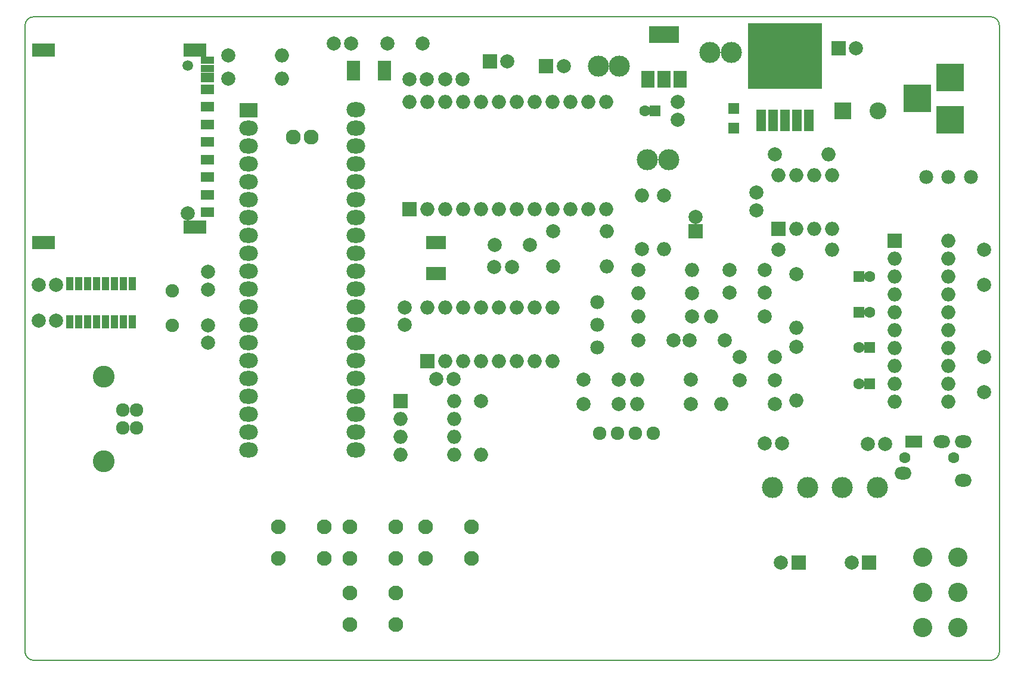
<source format=gbr>
%TF.GenerationSoftware,KiCad,Pcbnew,(5.0.0-rc2-dev-493-gd776eaca8)*%
%TF.CreationDate,2018-05-05T12:47:26-07:00*%
%TF.ProjectId,STM32_MegaBlaster,53544D33325F4D656761426C61737465,rev?*%
%TF.SameCoordinates,Original*%
%TF.FileFunction,Soldermask,Top*%
%TF.FilePolarity,Negative*%
%FSLAX46Y46*%
G04 Gerber Fmt 4.6, Leading zero omitted, Abs format (unit mm)*
G04 Created by KiCad (PCBNEW (5.0.0-rc2-dev-493-gd776eaca8)) date 05/05/18 12:47:26*
%MOMM*%
%LPD*%
G01*
G04 APERTURE LIST*
%ADD10C,0.150000*%
%ADD11R,1.500000X1.500000*%
%ADD12C,2.000000*%
%ADD13R,1.600000X1.600000*%
%ADD14C,1.600000*%
%ADD15R,2.400000X2.400000*%
%ADD16C,2.400000*%
%ADD17R,2.000000X2.000000*%
%ADD18R,3.200000X1.900000*%
%ADD19C,1.500000*%
%ADD20R,1.900000X1.100000*%
%ADD21R,1.900000X1.400000*%
%ADD22C,1.920000*%
%ADD23C,3.100000*%
%ADD24R,3.900000X3.900000*%
%ADD25O,2.400000X1.800000*%
%ADD26R,2.400000X1.800000*%
%ADD27C,3.000000*%
%ADD28O,2.000000X2.000000*%
%ADD29C,2.100000*%
%ADD30C,1.974800*%
%ADD31O,2.127200X2.127200*%
%ADD32O,2.650000X2.127200*%
%ADD33R,2.650000X2.127200*%
%ADD34R,1.035000X1.924000*%
%ADD35R,1.850000X0.850000*%
%ADD36R,0.850000X1.850000*%
%ADD37R,4.200000X2.400000*%
%ADD38R,1.900000X2.400000*%
%ADD39R,10.560000X9.340800*%
%ADD40R,1.416000X3.092400*%
%ADD41C,1.924000*%
%ADD42C,1.900000*%
%ADD43C,2.740000*%
G04 APERTURE END LIST*
D10*
X59055000Y-31115000D02*
X59055000Y-120015000D01*
X196215000Y-29845000D02*
X60325000Y-29845000D01*
X197485000Y-31115000D02*
X197485000Y-120015000D01*
X196215000Y-121285000D02*
X60325000Y-121285000D01*
X197485000Y-120015000D02*
G75*
G02X196215000Y-121285000I-1270000J0D01*
G01*
X196215000Y-29845000D02*
G75*
G02X197485000Y-31115000I0J-1270000D01*
G01*
X59055000Y-31115000D02*
G75*
G02X60325000Y-29845000I1270000J0D01*
G01*
X60325000Y-121285000D02*
G75*
G02X59055000Y-120015000I0J1270000D01*
G01*
D11*
X159766000Y-42859500D03*
X159766000Y-45659500D03*
D12*
X195262000Y-83185000D03*
X195262000Y-78185000D03*
X195262000Y-62928500D03*
X195262000Y-67928500D03*
X153480000Y-75819000D03*
X158480000Y-75819000D03*
X113030000Y-71120000D03*
X113030000Y-73620000D03*
X118745000Y-38735000D03*
X121245000Y-38735000D03*
X113665000Y-38735000D03*
X116165000Y-38735000D03*
X105410000Y-33655000D03*
X102910000Y-33655000D03*
X125730000Y-65405000D03*
X128230000Y-65405000D03*
X117475000Y-81280000D03*
X119975000Y-81280000D03*
X151765000Y-44450000D03*
X151765000Y-41950000D03*
X63500000Y-67945000D03*
X61000000Y-67945000D03*
X85090000Y-73660000D03*
X85090000Y-76160000D03*
X85090000Y-68580000D03*
X85090000Y-66080000D03*
X63500000Y-73025000D03*
X61000000Y-73025000D03*
X162966000Y-57353200D03*
X162966000Y-54853200D03*
X178765000Y-90525600D03*
X181265000Y-90525600D03*
X164135000Y-90474800D03*
X166635000Y-90474800D03*
D13*
X148590000Y-43180000D03*
D14*
X147090000Y-43180000D03*
D15*
X175260000Y-43180000D03*
D16*
X180260000Y-43180000D03*
D17*
X174625000Y-34290000D03*
D12*
X177125000Y-34290000D03*
X115570000Y-33655000D03*
X110570000Y-33655000D03*
X130810000Y-62230000D03*
X125810000Y-62230000D03*
D17*
X133096000Y-36830000D03*
D12*
X135596000Y-36830000D03*
D17*
X154305000Y-60325000D03*
D12*
X154305000Y-58325000D03*
X138430000Y-81381600D03*
X143430000Y-81381600D03*
X138430000Y-84836000D03*
X143430000Y-84836000D03*
X164135000Y-65836800D03*
X159135000Y-65836800D03*
X164135000Y-69037200D03*
X159135000Y-69037200D03*
X165596000Y-78181200D03*
X160596000Y-78181200D03*
X165596000Y-81483200D03*
X160596000Y-81483200D03*
D13*
X177521000Y-66776600D03*
D14*
X179021000Y-66776600D03*
D13*
X177521000Y-71805800D03*
D14*
X179021000Y-71805800D03*
D13*
X179045000Y-76835000D03*
D14*
X177545000Y-76835000D03*
D13*
X179045000Y-81965800D03*
D14*
X177545000Y-81965800D03*
D17*
X178968000Y-107391000D03*
D12*
X176468000Y-107391000D03*
D17*
X168961000Y-107391000D03*
D12*
X166461000Y-107391000D03*
D17*
X125095000Y-36195000D03*
D12*
X127595000Y-36195000D03*
D18*
X83200000Y-34610000D03*
X61700000Y-34610000D03*
X61700000Y-61910000D03*
X83200000Y-59710000D03*
D19*
X82200000Y-36760000D03*
D12*
X82200000Y-57760000D03*
D20*
X85000000Y-36005000D03*
X85000000Y-37205000D03*
D21*
X85000000Y-57635000D03*
X85000000Y-38505000D03*
X85000000Y-40205000D03*
X85000000Y-42635000D03*
X85000000Y-45135000D03*
X85000000Y-47635000D03*
X85000000Y-50135000D03*
X85000000Y-52635000D03*
X85000000Y-55135000D03*
D22*
X74930000Y-85725000D03*
X74930000Y-88265000D03*
X72930000Y-88265000D03*
X72930000Y-85725000D03*
D23*
X70230000Y-80995000D03*
X70230000Y-92995000D03*
D24*
X190500000Y-44450000D03*
X190500000Y-38450000D03*
X185800000Y-41450000D03*
D25*
X192318000Y-95670000D03*
X183818000Y-94670000D03*
D26*
X185318000Y-90170000D03*
D25*
X189318000Y-90170000D03*
X192318000Y-90170000D03*
D14*
X191018000Y-92470000D03*
X184018000Y-92470000D03*
D27*
X159385000Y-34925000D03*
X156385000Y-34925000D03*
X143510000Y-36830000D03*
X140510000Y-36830000D03*
X150495000Y-50165000D03*
X147495000Y-50165000D03*
X175158000Y-96723200D03*
X180158000Y-96723200D03*
X170231000Y-96723200D03*
X165231000Y-96723200D03*
D12*
X123825000Y-84455000D03*
D28*
X123825000Y-92075000D03*
D12*
X87934800Y-38658800D03*
D28*
X95554800Y-38658800D03*
D12*
X87934800Y-35356800D03*
D28*
X95554800Y-35356800D03*
D12*
X149860000Y-55245000D03*
D28*
X149860000Y-62865000D03*
D12*
X146685000Y-62865000D03*
D28*
X146685000Y-55245000D03*
D12*
X146177000Y-65786000D03*
D28*
X153797000Y-65786000D03*
D12*
X134112000Y-60325000D03*
D28*
X141732000Y-60325000D03*
D12*
X134112000Y-65278000D03*
D28*
X141732000Y-65278000D03*
D12*
X153797000Y-69088000D03*
D28*
X146177000Y-69088000D03*
D12*
X153797000Y-72390000D03*
D28*
X146177000Y-72390000D03*
D12*
X164135000Y-72390000D03*
D28*
X156515000Y-72390000D03*
D12*
X168605000Y-66446400D03*
D28*
X168605000Y-74066400D03*
D12*
X165608000Y-84836000D03*
D28*
X157988000Y-84836000D03*
D12*
X168605000Y-76758800D03*
D28*
X168605000Y-84378800D03*
D12*
X153619000Y-84836000D03*
D28*
X145999000Y-84836000D03*
D12*
X166116000Y-62941200D03*
D28*
X173736000Y-62941200D03*
D12*
X165608000Y-49377600D03*
D28*
X173228000Y-49377600D03*
D12*
X153619000Y-81381600D03*
D28*
X145999000Y-81381600D03*
D29*
X101546800Y-106786000D03*
X95046800Y-106786000D03*
X101546800Y-102286000D03*
X95046800Y-102286000D03*
X111707000Y-106786000D03*
X105207000Y-106786000D03*
X111707000Y-102286000D03*
X105207000Y-102286000D03*
X122502000Y-106786000D03*
X116002000Y-106786000D03*
X122502000Y-102286000D03*
X116002000Y-102286000D03*
X111732000Y-116235000D03*
X105232000Y-116235000D03*
X111732000Y-111735000D03*
X105232000Y-111735000D03*
D30*
X193446000Y-52628800D03*
X190245600Y-52628800D03*
X187045200Y-52628800D03*
X140335000Y-76835000D03*
X140335000Y-73634600D03*
X140335000Y-70434200D03*
D31*
X97165000Y-46939200D03*
X99705000Y-46939200D03*
D32*
X106045000Y-43078400D03*
X106045000Y-45669200D03*
X106045000Y-48209200D03*
X106045000Y-50749200D03*
X106045000Y-53289200D03*
X106045000Y-55829200D03*
X106045000Y-58369200D03*
X106045000Y-60909200D03*
X106045000Y-63449200D03*
X106045000Y-65989200D03*
X106045000Y-68529200D03*
X106045000Y-71069200D03*
X106045000Y-73609200D03*
X106045000Y-76149200D03*
X106045000Y-78689200D03*
X106045000Y-81229200D03*
X106045000Y-83769200D03*
X106045000Y-86309200D03*
X106045000Y-88849200D03*
X106045000Y-91389200D03*
X90805000Y-91389200D03*
X90805000Y-88849200D03*
X90805000Y-86309200D03*
X90805000Y-83769200D03*
X90805000Y-81229200D03*
X90805000Y-78689200D03*
X90805000Y-76149200D03*
X90805000Y-73609200D03*
X90805000Y-71069200D03*
X90805000Y-68529200D03*
X90805000Y-65989200D03*
X90805000Y-63449200D03*
X90805000Y-60909200D03*
X90805000Y-58369200D03*
X90805000Y-55829200D03*
X90805000Y-53289200D03*
X90805000Y-50749200D03*
X90805000Y-48209200D03*
X90805000Y-45669200D03*
D33*
X90805000Y-43129200D03*
D17*
X116205000Y-78740000D03*
D28*
X133985000Y-71120000D03*
X118745000Y-78740000D03*
X131445000Y-71120000D03*
X121285000Y-78740000D03*
X128905000Y-71120000D03*
X123825000Y-78740000D03*
X126365000Y-71120000D03*
X126365000Y-78740000D03*
X123825000Y-71120000D03*
X128905000Y-78740000D03*
X121285000Y-71120000D03*
X131445000Y-78740000D03*
X118745000Y-71120000D03*
X133985000Y-78740000D03*
X116205000Y-71120000D03*
D17*
X113665000Y-57150000D03*
D28*
X141605000Y-41910000D03*
X116205000Y-57150000D03*
X139065000Y-41910000D03*
X118745000Y-57150000D03*
X136525000Y-41910000D03*
X121285000Y-57150000D03*
X133985000Y-41910000D03*
X123825000Y-57150000D03*
X131445000Y-41910000D03*
X126365000Y-57150000D03*
X128905000Y-41910000D03*
X128905000Y-57150000D03*
X126365000Y-41910000D03*
X131445000Y-57150000D03*
X123825000Y-41910000D03*
X133985000Y-57150000D03*
X121285000Y-41910000D03*
X136525000Y-57150000D03*
X118745000Y-41910000D03*
X139065000Y-57150000D03*
X116205000Y-41910000D03*
X141605000Y-57150000D03*
X113665000Y-41910000D03*
D34*
X65405000Y-67790000D03*
X66675000Y-67790000D03*
X74295000Y-73180000D03*
X73025000Y-67790000D03*
X73025000Y-73180000D03*
X70485000Y-73180000D03*
X74295000Y-67790000D03*
X71755000Y-73180000D03*
X71755000Y-67790000D03*
X70485000Y-67790000D03*
X67945000Y-67790000D03*
X69215000Y-73180000D03*
X67945000Y-73180000D03*
X65405000Y-73180000D03*
X69215000Y-67790000D03*
X66675000Y-73180000D03*
D35*
X105750000Y-36490000D03*
X105750000Y-37140000D03*
X105750000Y-37790000D03*
X105750000Y-38440000D03*
X110150000Y-38440000D03*
X110150000Y-37790000D03*
X110150000Y-37140000D03*
X110150000Y-36490000D03*
D36*
X118450000Y-61935000D03*
X117800000Y-61935000D03*
X117150000Y-61935000D03*
X116500000Y-61935000D03*
X116500000Y-66335000D03*
X117150000Y-66335000D03*
X117800000Y-66335000D03*
X118450000Y-66335000D03*
D17*
X112395000Y-84455000D03*
D28*
X120015000Y-92075000D03*
X112395000Y-86995000D03*
X120015000Y-89535000D03*
X112395000Y-89535000D03*
X120015000Y-86995000D03*
X112395000Y-92075000D03*
X120015000Y-84455000D03*
D17*
X166116000Y-59944000D03*
D28*
X173736000Y-52324000D03*
X168656000Y-59944000D03*
X171196000Y-52324000D03*
X171196000Y-59944000D03*
X168656000Y-52324000D03*
X173736000Y-59944000D03*
X166116000Y-52324000D03*
D17*
X182601000Y-61696600D03*
D28*
X190221000Y-84556600D03*
X182601000Y-64236600D03*
X190221000Y-82016600D03*
X182601000Y-66776600D03*
X190221000Y-79476600D03*
X182601000Y-69316600D03*
X190221000Y-76936600D03*
X182601000Y-71856600D03*
X190221000Y-74396600D03*
X182601000Y-74396600D03*
X190221000Y-71856600D03*
X182601000Y-76936600D03*
X190221000Y-69316600D03*
X182601000Y-79476600D03*
X190221000Y-66776600D03*
X182601000Y-82016600D03*
X190221000Y-64236600D03*
X182601000Y-84556600D03*
X190221000Y-61696600D03*
D37*
X149860000Y-32410000D03*
D38*
X149860000Y-38710000D03*
X152160000Y-38710000D03*
X147560000Y-38710000D03*
D39*
X167005000Y-35407600D03*
D40*
X170408600Y-44602400D03*
X168706800Y-44602400D03*
X167005000Y-44602400D03*
X165303200Y-44602400D03*
X163601400Y-44602400D03*
D41*
X148323000Y-88980000D03*
X145783000Y-88980000D03*
X143243000Y-88980000D03*
X140703000Y-88980000D03*
D42*
X80010000Y-73660000D03*
X80010000Y-68780000D03*
D12*
X146177000Y-75819000D03*
X151177000Y-75819000D03*
D43*
X186567000Y-106637000D03*
X186567000Y-111637000D03*
X186567000Y-116637000D03*
X191567000Y-106637000D03*
X191567000Y-111637000D03*
X191567000Y-116637000D03*
M02*

</source>
